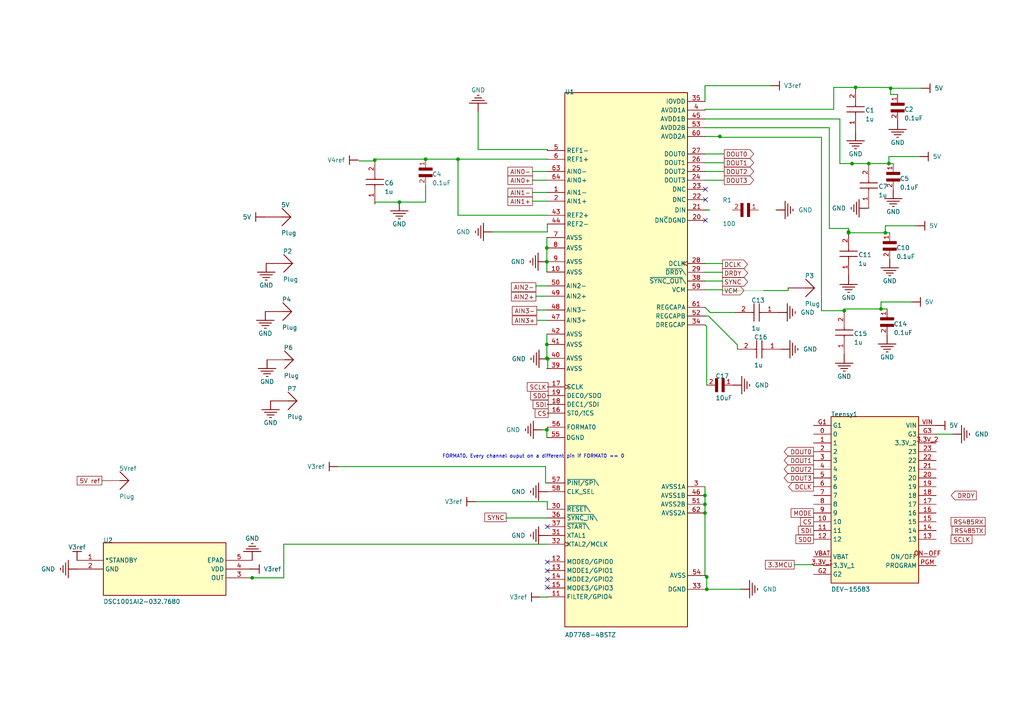
<source format=kicad_sch>
(kicad_sch (version 20211123) (generator eeschema)
  (paper "A4")
  (lib_symbols
    (symbol "ad7768-altium-import:0_AD7768-4BSTZ"
      (property "Value" "0_AD7768-4BSTZ" (at 0 0 0))
      (symbol "0_AD7768-4BSTZ_1_0"
        (pin input line (at -22.86 37.0999 0) (length 5.08) (name "AIN1-") (number "1"))
        (pin input line (at -23.0001 14 0) (length 5.08) (name "AVSS") (number "10"))
        (pin bidirectional line (at -22.86 -80.1801 0) (length 5.08) (name "FILTER/GPIO4") (number "11"))
        (pin bidirectional line (at -22.86 -70.0201 0) (length 5.08) (name "MODE0/GPIO0") (number "12"))
        (pin bidirectional line (at -22.86 -72.5601 0) (length 5.08) (name "MODE1/GPIO1") (number "13"))
        (pin bidirectional line (at -22.86 -75.1001 0) (length 5.08) (name "MODE2/GPIO2") (number "14"))
        (pin bidirectional line (at -22.86 -77.6401 0) (length 5.08) (name "MODE3/GPIO3") (number "15"))
        (pin input line (at -22.86 -26.9201 0) (length 5.08) (name "ST0/!CS") (number "16"))
        (pin input clock (at -22.86 -19.3001 0) (length 5.08) (name "SCLK") (number "17"))
        (pin input line (at -22.86 -24.3801 0) (length 5.08) (name "DEC1/SDI") (number "18"))
        (pin bidirectional line (at -22.86 -21.8401 0) (length 5.08) (name "DEC0/SDO") (number "19"))
        (pin input line (at -22.86 34.5599 0) (length 5.08) (name "AIN1+") (number "2"))
        (pin output line (at 23 29 180) (length 5.08) (name "DN~{C}DGND") (number "20"))
        (pin output line (at 23 32 180) (length 5.08) (name "DIN") (number "21"))
        (pin output line (at 23 35 180) (length 5.08) (name "DNC") (number "22"))
        (pin output line (at 23 38 180) (length 5.08) (name "DNC") (number "23"))
        (pin output line (at 22.86 40.64 180) (length 5.08) (name "DOUT3") (number "24"))
        (pin output line (at 22.86 43.18 180) (length 5.08) (name "DOUT2") (number "25"))
        (pin output line (at 22.86 45.72 180) (length 5.08) (name "DOUT1") (number "26"))
        (pin output line (at 22.86 48.26 180) (length 5.08) (name "DOUT0") (number "27"))
        (pin output clock (at 22.86 16.4799 180) (length 5.08) (name "DCLK") (number "28"))
        (pin output line (at 22.86 13.9399 180) (length 5.08) (name "~{DRDY}\\") (number "29"))
        (pin power_in line (at 22.86 -48.26 180) (length 5.08) (name "AVSS1A") (number "3"))
        (pin input line (at -22.86 -54.7801 0) (length 5.08) (name "~{RESET}\\") (number "30"))
        (pin input line (at -22.86 -62.4001 0) (length 5.08) (name "XTAL1") (number "31"))
        (pin input clock (at -22.86 -64.9401 0) (length 5.08) (name "XTAL2/MCLK") (number "32"))
        (pin power_in line (at 23 -78.0001 180) (length 5.08) (name "DGND") (number "33"))
        (pin output line (at 22.86 -1.3001 180) (length 5.08) (name "DREGCAP") (number "34"))
        (pin power_in line (at 22.86 63.5 180) (length 5.08) (name "IOVDD") (number "35"))
        (pin input line (at -22.86 -57.3201 0) (length 5.08) (name "~{SYNC_IN}\\") (number "36"))
        (pin input line (at -22.86 -59.8601 0) (length 5.08) (name "~{START}\\") (number "37"))
        (pin output line (at 22.86 11.3999 180) (length 5.08) (name "~{SYNC_OUT}\\") (number "38"))
        (pin input line (at -23.0001 -14.0001 0) (length 5.08) (name "AVSS") (number "39"))
        (pin power_in line (at 22.86 60.96 180) (length 5.08) (name "AVDD1A") (number "4"))
        (pin input line (at -23.0001 -11.0001 0) (length 5.08) (name "AVSS") (number "40"))
        (pin input line (at -23.0001 -7.0001 0) (length 5.08) (name "AVSS") (number "41"))
        (pin input line (at -23.0001 -4.0001 0) (length 5.08) (name "AVSS") (number "42"))
        (pin input line (at -22.86 30.48 0) (length 5.08) (name "REF2+") (number "43"))
        (pin input line (at -22.86 27.94 0) (length 5.08) (name "REF2-") (number "44"))
        (pin power_in line (at 22.86 58.42 180) (length 5.08) (name "AVDD1B") (number "45"))
        (pin power_in line (at 22.86 -50.8 180) (length 5.08) (name "AVSS1B") (number "46"))
        (pin input line (at -23.0001 0 0) (length 5.08) (name "AIN3+") (number "47"))
        (pin input line (at -23.0001 3 0) (length 5.08) (name "AIN3-") (number "48"))
        (pin input line (at -23.0001 7 0) (length 5.08) (name "AIN2+") (number "49"))
        (pin input line (at -22.86 49.26 0) (length 5.08) (name "REF1-") (number "5"))
        (pin input line (at -23.0001 10 0) (length 5.08) (name "AIN2-") (number "50"))
        (pin power_in line (at 22.86 -53.34 180) (length 5.08) (name "AVSS2B") (number "51"))
        (pin output line (at 22.86 1.2399 180) (length 5.08) (name "REGCAPB") (number "52"))
        (pin power_in line (at 22.86 55.88 180) (length 5.08) (name "AVDD2B") (number "53"))
        (pin power_in line (at 23 -74.0001 180) (length 5.08) (name "AVSS") (number "54"))
        (pin input line (at -23.0001 -34.0001 0) (length 5.08) (name "DGND") (number "55"))
        (pin input line (at -22.86 -31.0001 0) (length 5.08) (name "FORMAT0") (number "56"))
        (pin input line (at -22.86 -47.1601 0) (length 5.08) (name "~{PIN!/SPI}\\") (number "57"))
        (pin input line (at -22.86 -49.7001 0) (length 5.08) (name "CLK_SEL") (number "58"))
        (pin output line (at 22.86 8.8599 180) (length 5.08) (name "VCM") (number "59"))
        (pin input line (at -22.86 46.72 0) (length 5.08) (name "REF1+") (number "6"))
        (pin power_in line (at 22.86 53.34 180) (length 5.08) (name "AVDD2A") (number "60"))
        (pin output line (at 22.86 3.7799 180) (length 5.08) (name "REGCAPA") (number "61"))
        (pin power_in line (at 22.86 -55.88 180) (length 5.08) (name "AVSS2A") (number "62"))
        (pin input line (at -22.86 43.18 0) (length 5.08) (name "AIN0-") (number "63"))
        (pin input line (at -22.86 40.64 0) (length 5.08) (name "AIN0+") (number "64"))
        (pin input line (at -23.0001 24 0) (length 5.08) (name "AVSS") (number "7"))
        (pin input line (at -23.0001 21 0) (length 5.08) (name "AVSS") (number "8"))
        (pin input line (at -23.0001 17 0) (length 5.08) (name "AVSS") (number "9"))
      )
    )
    (symbol "ad7768-altium-import:0_DEV-15583"
      (property "Value" "0_DEV-15583" (at 0 0 0))
      (symbol "0_DEV-15583_1_0"
        (pin bidirectional line (at -17.78 17.78 0) (length 5.08) (name "0") (number "0"))
        (pin bidirectional line (at -17.78 15.24 0) (length 5.08) (name "1") (number "1"))
        (pin bidirectional line (at -17.78 -7.62 0) (length 5.08) (name "10") (number "10"))
        (pin bidirectional line (at -17.78 -10.16 0) (length 5.08) (name "11") (number "11"))
        (pin bidirectional line (at -17.78 -12.7 0) (length 5.08) (name "12") (number "12"))
        (pin bidirectional line (at 17.78 -12.7 180) (length 5.08) (name "13") (number "13"))
        (pin bidirectional line (at 17.78 -10.16 180) (length 5.08) (name "14") (number "14"))
        (pin bidirectional line (at 17.78 -7.62 180) (length 5.08) (name "15") (number "15"))
        (pin bidirectional line (at 17.78 -5.08 180) (length 5.08) (name "16") (number "16"))
        (pin bidirectional line (at 17.78 -2.54 180) (length 5.08) (name "17") (number "17"))
        (pin bidirectional line (at 17.78 0 180) (length 5.08) (name "18") (number "18"))
        (pin bidirectional line (at 17.78 2.54 180) (length 5.08) (name "19") (number "19"))
        (pin bidirectional line (at -17.78 12.7 0) (length 5.08) (name "2") (number "2"))
        (pin bidirectional line (at 17.78 5.08 180) (length 5.08) (name "20") (number "20"))
        (pin bidirectional line (at 17.78 7.62 180) (length 5.08) (name "21") (number "21"))
        (pin bidirectional line (at 17.78 10.16 180) (length 5.08) (name "22") (number "22"))
        (pin bidirectional line (at 17.78 12.7 180) (length 5.08) (name "23") (number "23"))
        (pin bidirectional line (at -17.78 10.16 0) (length 5.08) (name "3") (number "3"))
        (pin power_in line (at -17.78 -20.32 0) (length 5.08) (name "3.3V_1") (number "3.3V_1"))
        (pin power_in line (at 17.78 15.24 180) (length 5.08) (name "3.3V_2") (number "3.3V_2"))
        (pin bidirectional line (at -17.78 7.62 0) (length 5.08) (name "4") (number "4"))
        (pin bidirectional line (at -17.78 5.08 0) (length 5.08) (name "5") (number "5"))
        (pin bidirectional line (at -17.78 2.54 0) (length 5.08) (name "6") (number "6"))
        (pin bidirectional line (at -17.78 0 0) (length 5.08) (name "7") (number "7"))
        (pin bidirectional line (at -17.78 -2.54 0) (length 5.08) (name "8") (number "8"))
        (pin bidirectional line (at -17.78 -5.08 0) (length 5.08) (name "9") (number "9"))
        (pin power_in line (at -17.78 20.32 0) (length 5.08) (name "G1") (number "G1"))
        (pin power_in line (at -17.78 -22.86 0) (length 5.08) (name "G2") (number "G2"))
        (pin power_in line (at 17.78 17.78 180) (length 5.08) (name "G3") (number "G3"))
        (pin bidirectional line (at 17.78 -17.78 180) (length 5.08) (name "ON/OFF") (number "ON-OFF"))
        (pin bidirectional line (at 17.78 -20.32 180) (length 5.08) (name "PROGRAM") (number "PGM"))
        (pin power_in line (at -17.78 -17.78 0) (length 5.08) (name "VBAT") (number "VBAT"))
        (pin power_in line (at 17.78 20.32 180) (length 5.08) (name "VIN") (number "VIN"))
      )
    )
    (symbol "ad7768-altium-import:0_DSC1001AI2-032.7680"
      (property "Value" "0_DSC1001AI2-032.7680" (at 0 0 0))
      (symbol "0_DSC1001AI2-032.7680_1_0"
        (pin input line (at 0 0 0) (length 7.62) (name "*STANDBY") (number "1"))
        (pin passive line (at 0 -2.54 0) (length 7.62) (name "GND") (number "2"))
        (pin output line (at 50.8 -5.08 180) (length 7.62) (name "OUT") (number "3"))
        (pin power_in line (at 50.8 -2.54 180) (length 7.62) (name "VDD") (number "4"))
        (pin passive line (at 50.8 0 180) (length 7.62) (name "EPAD") (number "5"))
      )
    )
    (symbol "ad7768-altium-import:0_Plug"
      (property "Value" "0_Plug" (at 0 0 0))
      (symbol "0_Plug_1_0"
        (pin passive line (at -5.08 -2.54 0) (length 5.08) (name "1") (number "1"))
      )
    )
    (symbol "ad7768-altium-import:0_Symbol"
      (property "Value" "0_Symbol" (at 0 0 0))
      (symbol "0_Symbol_1_0"
        (pin passive line (at 5.08 0 180) (length 2.54) (name "1") (number "1"))
        (pin passive line (at -2.54 0 0) (length 2.54) (name "2") (number "2"))
      )
    )
    (symbol "ad7768-altium-import:1_0603YC105MAT4A"
      (property "Value" "1_0603YC105MAT4A" (at 0 0 0))
      (symbol "1_0603YC105MAT4A_1_0"
        (pin passive line (at 0 0 90) (length 5.08) (name "1") (number "1"))
        (pin passive line (at 0 12.7 270) (length 5.08) (name "2") (number "2"))
      )
    )
    (symbol "ad7768-altium-import:2_0603YC105MAT4A"
      (property "Value" "2_0603YC105MAT4A" (at 0 0 0))
      (symbol "2_0603YC105MAT4A_1_0"
        (pin passive line (at 0 0 180) (length 5.08) (name "1") (number "1"))
        (pin passive line (at -12.7 0 0) (length 5.08) (name "2") (number "2"))
      )
    )
    (symbol "ad7768-altium-import:3_06033D104KAT2A"
      (property "Value" "3_06033D104KAT2A" (at 0 0 0))
      (symbol "3_06033D104KAT2A_1_0"
        (pin passive line (at 0 2.54 270) (length 2.54) (name "1") (number "1"))
        (pin passive line (at 0 -5.08 90) (length 2.54) (name "2") (number "2"))
      )
    )
    (symbol "ad7768-altium-import:5V" (power)
      (property "Reference" "#PWR" (at 0 0 0))
      (property "Value" "5V" (at 0 3.81 0))
      (symbol "5V_0_0"
        (pin power_in line (at 0 0 0) (length 0) hide (name "5V") (number ""))
      )
    )
    (symbol "ad7768-altium-import:GND" (power)
      (property "Reference" "#PWR" (at 0 0 0))
      (property "Value" "GND" (at 0 6.35 0))
      (symbol "GND_0_0"
        (pin power_in line (at 0 0 0) (length 0) hide (name "GND") (number ""))
      )
    )
    (symbol "ad7768-altium-import:V3ref" (power)
      (property "Reference" "#PWR" (at 0 0 0))
      (property "Value" "V3ref" (at 0 3.81 0))
      (symbol "V3ref_0_0"
        (pin power_in line (at 0 0 0) (length 0) hide (name "V3ref") (number ""))
      )
    )
    (symbol "ad7768-altium-import:V4ref" (power)
      (property "Reference" "#PWR" (at 0 0 0))
      (property "Value" "V4ref" (at 0 3.81 0))
      (symbol "V4ref_0_0"
        (pin power_in line (at 0 0 0) (length 0) hide (name "V4ref") (number ""))
      )
    )
  )
  (junction (at 247.142 47.4472))
  (junction (at 257.81 47.4472))
  (junction (at 158.6099 99.9133))
  (junction (at 251.968 47.4472))
  (junction (at 123.444 46.1772))
  (junction (at 73.152 167.5892))
  (junction (at 204.978 167.3352))
  (junction (at 132.842 46.1772))
  (junction (at 204.47 143.7132))
  (junction (at 158.6099 103.9133))
  (junction (at 258.318 25.6032))
  (junction (at 208.788 39.5732))
  (junction (at 158.6099 124.6632))
  (junction (at 246.126 67.2592))
  (junction (at 204.978 170.9133))
  (junction (at 158.8639 104.0892))
  (junction (at 108.712 46.4312))
  (junction (at 256.794 67.5132))
  (junction (at 158.6099 75.9132))
  (junction (at 158.6099 71.9132))
  (junction (at 204.47 146.2532))
  (junction (at 255.524 89.6112))
  (junction (at 115.824 58.6232))
  (junction (at 248.158 25.3492))
  (junction (at 246.126 67.5132))
  (junction (at 244.856 90.1192))
  (junction (at 204.47 148.7932))
  (no_connect (at 204.61 63.9132))
  (no_connect (at 204.61 57.9132))
  (no_connect (at 158.75 168.0972))
  (no_connect (at 158.75 152.7733))
  (no_connect (at 204.61 54.9132))
  (no_connect (at 158.75 163.0172))
  (no_connect (at 158.75 165.5572))
  (no_connect (at 158.75 170.3832))
  (wire (pts (xy 223.52 24.8412) (xy 204.47 24.8412)) (stroke (width 0.254)))
  (wire (pts (xy 209.55 84.2772) (xy 221.488 84.2772)) (stroke (width 0.0508)))
  (wire (pts (xy 248.158 38.3032) (xy 248.158 38.0492)) (stroke (width 0.254)))
  (wire (pts (xy 241.808 25.3492) (xy 241.808 31.6992)) (stroke (width 0.254)))
  (wire (pts (xy 204.61 166.9133) (xy 204.978 166.9133)) (stroke (width 0.254)))
  (wire (pts (xy 158.75 55.8133) (xy 154.432 55.8133)) (stroke (width 0.254)))
  (wire (pts (xy 158.75 112.2133) (xy 159.004 112.2133)) (stroke (width 0.254)))
  (wire (pts (xy 158.6099 71.9132) (xy 158.6099 75.9132)) (stroke (width 0.254)))
  (wire (pts (xy 204.61 170.9133) (xy 204.978 170.9133)) (stroke (width 0.254)))
  (wire (pts (xy 204.47 24.8412) (xy 204.47 29.4132)) (stroke (width 0.254)))
  (wire (pts (xy 255.524 89.6112) (xy 257.302 89.6112)) (stroke (width 0.254)))
  (wire (pts (xy 243.586 47.4472) (xy 243.586 34.4932)) (stroke (width 0.254)))
  (wire (pts (xy 138.684 43.3832) (xy 138.684 32.4612)) (stroke (width 0.254)))
  (wire (pts (xy 225.044 60.9092) (xy 225.184 60.9092)) (stroke (width 0.254)))
  (wire (pts (xy 158.75 119.8333) (xy 159.004 119.8333)) (stroke (width 0.254)))
  (wire (pts (xy 246.126 67.5132) (xy 246.126 67.2592)) (stroke (width 0.254)))
  (wire (pts (xy 204.47 148.7932) (xy 204.47 166.8272)) (stroke (width 0.254)))
  (wire (pts (xy 155.448 82.9132) (xy 155.448 83.2612)) (stroke (width 0.254)))
  (wire (pts (xy 204.47 143.7132) (xy 204.47 146.2532)) (stroke (width 0.254)))
  (wire (pts (xy 204.47 39.5732) (xy 208.788 39.5732)) (stroke (width 0.254)))
  (wire (pts (xy 142.748 67.2592) (xy 158.75 67.2592)) (stroke (width 0.254)))
  (wire (pts (xy 156.718 173.1772) (xy 158.75 173.1772)) (stroke (width 0.254)))
  (wire (pts (xy 251.968 47.4472) (xy 257.81 47.4472)) (stroke (width 0.254)))
  (wire (pts (xy 209.55 81.5133) (xy 209.55 81.7372)) (stroke (width 0.254)))
  (wire (pts (xy 246.126 66.2432) (xy 240.538 66.2432)) (stroke (width 0.254)))
  (wire (pts (xy 159.004 114.7572) (xy 159.004 114.7533)) (stroke (width 0.254)))
  (wire (pts (xy 158.8639 123.9133) (xy 158.75 123.9133)) (stroke (width 0.254)))
  (wire (pts (xy 244.856 90.6272) (xy 244.856 90.1192)) (stroke (width 0.254)))
  (wire (pts (xy 240.538 66.2432) (xy 240.538 37.0332)) (stroke (width 0.254)))
  (wire (pts (xy 108.712 58.6232) (xy 115.824 58.6232)) (stroke (width 0.254)))
  (wire (pts (xy 247.142 47.9552) (xy 247.142 47.4472)) (stroke (width 0.254)))
  (wire (pts (xy 205.516 91.6733) (xy 213.868 100.0252)) (stroke (width 0.254)))
  (wire (pts (xy 158.242 135.3312) (xy 158.242 140.0733)) (stroke (width 0.254)))
  (wire (pts (xy 159.004 117.2972) (xy 159.004 117.2933)) (stroke (width 0.254)))
  (wire (pts (xy 115.824 58.6232) (xy 123.444 58.6232)) (stroke (width 0.254)))
  (wire (pts (xy 258.318 25.6032) (xy 258.318 25.3492)) (stroke (width 0.254)))
  (wire (pts (xy 158.8639 104.0892) (xy 158.8639 103.9133)) (stroke (width 0.254)))
  (wire (pts (xy 108.712 46.4312) (xy 108.712 46.1772)) (stroke (width 0.254)))
  (wire (pts (xy 108.712 46.1772) (xy 123.444 46.1772)) (stroke (width 0.254)))
  (wire (pts (xy 154.432 52.2732) (xy 158.75 52.2732)) (stroke (width 0.254)))
  (wire (pts (xy 155.702 89.9132) (xy 155.702 90.1192)) (stroke (width 0.254)))
  (wire (pts (xy 158.8639 103.9133) (xy 158.6099 103.9133)) (stroke (width 0.254)))
  (wire (pts (xy 258.318 25.3492) (xy 248.158 25.3492)) (stroke (width 0.254)))
  (wire (pts (xy 208.788 39.5732) (xy 208.788 39.8272)) (stroke (width 0.254)))
  (wire (pts (xy 154.432 55.8133) (xy 154.432 55.8292)) (stroke (width 0.254)))
  (wire (pts (xy 257.81 45.4152) (xy 257.81 47.4472)) (stroke (width 0.254)))
  (wire (pts (xy 132.842 46.1772) (xy 158.734 46.1772)) (stroke (width 0.254)))
  (wire (pts (xy 158.75 67.2592) (xy 158.75 64.9732)) (stroke (width 0.254)))
  (wire (pts (xy 248.158 25.3492) (xy 241.808 25.3492)) (stroke (width 0.254)))
  (wire (pts (xy 104.14 46.6852) (xy 108.712 46.6852)) (stroke (width 0.254)))
  (wire (pts (xy 266.7 45.4152) (xy 257.81 45.4152)) (stroke (width 0.254)))
  (wire (pts (xy 158.6099 103.9133) (xy 158.6099 99.9133)) (stroke (width 0.254)))
  (wire (pts (xy 209.55 84.0533) (xy 209.55 84.2772)) (stroke (width 0.254)))
  (wire (pts (xy 204.724 60.9092) (xy 205.74 60.9092)) (stroke (width 0.254)))
  (wire (pts (xy 221.488 84.2772) (xy 228.6 84.2772)) (stroke (width 0.254)))
  (wire (pts (xy 108.712 46.6852) (xy 108.712 46.4312)) (stroke (width 0.254)))
  (wire (pts (xy 244.856 89.6112) (xy 255.524 89.6112)) (stroke (width 0.254)))
  (wire (pts (xy 247.142 47.4472) (xy 243.586 47.4472)) (stroke (width 0.254)))
  (wire (pts (xy 159.004 112.2133) (xy 159.004 112.2172)) (stroke (width 0.254)))
  (wire (pts (xy 72.644 165.0492) (xy 73.152 165.0492)) (stroke (width 0.254)))
  (wire (pts (xy 258.318 27.3812) (xy 260.35 27.3812)) (stroke (width 0.254)))
  (wire (pts (xy 213.868 100.0252) (xy 213.868 101.2952)) (stroke (width 0.254)))
  (wire (pts (xy 72.898 167.5892) (xy 73.152 167.5892)) (stroke (width 0.254)))
  (wire (pts (xy 209.55 76.4333) (xy 209.55 76.6572)) (stroke (width 0.254)))
  (wire (pts (xy 228.6 84.2772) (xy 228.6 83.5152)) (stroke (width 0.254)))
  (wire (pts (xy 158.75 150.2333) (xy 146.812 150.2333)) (stroke (width 0.254)))
  (wire (pts (xy 158.6099 68.9132) (xy 158.6099 71.9132)) (stroke (width 0.254)))
  (wire (pts (xy 204.47 81.5133) (xy 209.55 81.5133)) (stroke (width 0.254)))
  (wire (pts (xy 238.252 39.8272) (xy 238.252 90.1192)) (stroke (width 0.254)))
  (wire (pts (xy 240.538 37.0332) (xy 204.47 37.0332)) (stroke (width 0.254)))
  (wire (pts (xy 204.47 52.2732) (xy 210.058 52.2732)) (stroke (width 0.254)))
  (wire (pts (xy 154.432 58.3533) (xy 154.432 58.3692)) (stroke (width 0.254)))
  (wire (pts (xy 204.978 94.7213) (xy 204.978 111.7092)) (stroke (width 0.254)))
  (wire (pts (xy 108.712 59.1312) (xy 108.712 58.6232)) (stroke (width 0.254)))
  (wire (pts (xy 123.444 46.1772) (xy 132.842 46.1772)) (stroke (width 0.254)))
  (wire (pts (xy 204.978 167.3352) (xy 204.978 170.9133)) (stroke (width 0.254)))
  (wire (pts (xy 158.75 62.4332) (xy 132.842 62.4332)) (stroke (width 0.254)))
  (wire (pts (xy 204.47 91.6733) (xy 205.516 91.6733)) (stroke (width 0.254)))
  (wire (pts (xy 158.6099 124.6632) (xy 158.8639 124.6632)) (stroke (width 0.254)))
  (wire (pts (xy 158.8639 106.9133) (xy 158.8639 104.0892)) (stroke (width 0.254)))
  (wire (pts (xy 137.922 145.4912) (xy 158.75 145.4912)) (stroke (width 0.254)))
  (wire (pts (xy 209.55 78.9733) (xy 209.55 79.1972)) (stroke (width 0.254)))
  (wire (pts (xy 154.432 49.7332) (xy 158.75 49.7332)) (stroke (width 0.254)))
  (wire (pts (xy 257.81 47.4472) (xy 259.08 47.4472)) (stroke (width 0.254)))
  (wire (pts (xy 251.968 60.1472) (xy 251.968 60.4012)) (stroke (width 0.254)))
  (wire (pts (xy 205.9639 90.6272) (xy 204.47 89.1333)) (stroke (width 0.254)))
  (wire (pts (xy 158.6099 85.9132) (xy 155.448 85.9132)) (stroke (width 0.254)))
  (wire (pts (xy 213.106 90.6272) (xy 205.9639 90.6272)) (stroke (width 0.254)))
  (wire (pts (xy 204.47 166.8272) (xy 204.978 167.3352)) (stroke (width 0.254)))
  (wire (pts (xy 244.856 90.1192) (xy 244.856 89.6112)) (stroke (width 0.254)))
  (wire (pts (xy 271.526 125.9332) (xy 276.352 125.9332)) (stroke (width 0.254)))
  (wire (pts (xy 158.6099 99.9133) (xy 158.6099 96.9133)) (stroke (width 0.254)))
  (wire (pts (xy 208.788 39.8272) (xy 238.252 39.8272)) (stroke (width 0.254)))
  (wire (pts (xy 205.74 60.9132) (xy 204.61 60.9132)) (stroke (width 0.254)))
  (wire (pts (xy 246.126 68.2752) (xy 246.126 67.5132)) (stroke (width 0.254)))
  (wire (pts (xy 158.6099 124.6632) (xy 158.6099 126.9133)) (stroke (width 0.254)))
  (wire (pts (xy 158.242 140.0733) (xy 158.75 140.0733)) (stroke (width 0.254)))
  (wire (pts (xy 214.8619 170.9133) (xy 214.884 170.8912)) (stroke (width 0.254)))
  (wire (pts (xy 230.378 163.7792) (xy 235.966 163.7792)) (stroke (width 0.254)))
  (wire (pts (xy 265.684 65.4812) (xy 256.794 65.4812)) (stroke (width 0.254)))
  (wire (pts (xy 241.808 31.6992) (xy 204.47 31.6992)) (stroke (width 0.254)))
  (wire (pts (xy 255.524 87.5792) (xy 255.524 89.6112)) (stroke (width 0.254)))
  (wire (pts (xy 98.044 135.3312) (xy 158.242 135.3312)) (stroke (width 0.254)))
  (wire (pts (xy 204.47 146.2532) (xy 204.47 148.7932)) (stroke (width 0.254)))
  (wire (pts (xy 204.47 84.0533) (xy 209.55 84.0533)) (stroke (width 0.254)))
  (wire (pts (xy 159.004 119.8333) (xy 159.004 119.8372)) (stroke (width 0.254)))
  (wire (pts (xy 157.226 124.6632) (xy 158.6099 124.6632)) (stroke (width 0.254)))
  (wire (pts (xy 246.126 67.2592) (xy 246.126 66.2432)) (stroke (width 0.254)))
  (wire (pts (xy 73.152 167.5892) (xy 82.296 167.5892)) (stroke (width 0.254)))
  (wire (pts (xy 204.47 76.4333) (xy 209.55 76.4333)) (stroke (width 0.254)))
  (wire (pts (xy 158.75 58.3533) (xy 154.432 58.3533)) (stroke (width 0.254)))
  (wire (pts (xy 159.004 117.2933) (xy 158.75 117.2933)) (stroke (width 0.254)))
  (wire (pts (xy 158.6099 106.9133) (xy 158.8639 106.9133)) (stroke (width 0.254)))
  (wire (pts (xy 158.75 173.1772) (xy 158.75 173.0933)) (stroke (width 0.254)))
  (wire (pts (xy 258.318 25.6032) (xy 258.318 27.3812)) (stroke (width 0.254)))
  (wire (pts (xy 204.47 31.6992) (xy 204.47 31.9532)) (stroke (width 0.254)))
  (wire (pts (xy 264.414 87.5792) (xy 255.524 87.5792)) (stroke (width 0.254)))
  (wire (pts (xy 158.734 46.1772) (xy 158.75 46.1932)) (stroke (width 0.254)))
  (wire (pts (xy 158.6099 75.9132) (xy 158.6099 78.9132)) (stroke (width 0.254)))
  (wire (pts (xy 267.208 25.6032) (xy 258.318 25.6032)) (stroke (width 0.254)))
  (wire (pts (xy 158.8639 124.6632) (xy 158.8639 123.9133)) (stroke (width 0.254)))
  (wire (pts (xy 235.966 163.7792) (xy 235.966 164.0332)) (stroke (width 0.254)))
  (wire (pts (xy 256.794 65.4812) (xy 256.794 67.5132)) (stroke (width 0.254)))
  (wire (pts (xy 251.968 60.4012) (xy 251.714 60.4012)) (stroke (width 0.254)))
  (wire (pts (xy 205.74 60.9092) (xy 205.74 60.9132)) (stroke (width 0.254)))
  (wire (pts (xy 158.75 43.3832) (xy 138.684 43.3832)) (stroke (width 0.254)))
  (wire (pts (xy 155.448 85.9132) (xy 155.448 86.0552)) (stroke (width 0.254)))
  (wire (pts (xy 159.004 114.7533) (xy 158.75 114.7533)) (stroke (width 0.254)))
  (wire (pts (xy 256.794 67.5132) (xy 258.064 67.5132)) (stroke (width 0.254)))
  (wire (pts (xy 208.788 39.5732) (xy 209.042 39.5732)) (stroke (width 0.254)))
  (wire (pts (xy 210.058 44.6532) (xy 204.47 44.6532)) (stroke (width 0.254)))
  (wire (pts (xy 210.058 47.1932) (xy 204.47 47.1932)) (stroke (width 0.254)))
  (wire (pts (xy 158.75 145.4912) (xy 158.75 147.6933)) (stroke (width 0.254)))
  (wire (pts (xy 123.444 58.6232) (xy 123.444 53.7972)) (stroke (width 0.254)))
  (wire (pts (xy 204.47 78.9733) (xy 209.55 78.9733)) (stroke (width 0.254)))
  (wire (pts (xy 158.6099 92.9132) (xy 155.702 92.9132)) (stroke (width 0.254)))
  (wire (pts (xy 243.586 34.4932) (xy 204.47 34.4932)) (stroke (width 0.254)))
  (wire (pts (xy 146.812 150.2333) (xy 146.812 150.0632)) (stroke (width 0.254)))
  (wire (pts (xy 204.47 49.7332) (xy 210.058 49.7332)) (stroke (width 0.254)))
  (wire (pts (xy 225.184 60.9092) (xy 225.184 60.9132)) (stroke (width 0.254)))
  (wire (pts (xy 158.6099 89.9132) (xy 155.702 89.9132)) (stroke (width 0.254)))
  (wire (pts (xy 158.75 43.6532) (xy 158.75 43.3832)) (stroke (width 0.254)))
  (wire (pts (xy 204.978 170.9133) (xy 214.8619 170.9133)) (stroke (width 0.254)))
  (wire (pts (xy 246.126 67.5132) (xy 256.794 67.5132)) (stroke (width 0.254)))
  (wire (pts (xy 247.142 47.4472) (xy 251.968 47.4472)) (stroke (width 0.254)))
  (wire (pts (xy 204.47 94.2133) (xy 204.978 94.7213)) (stroke (width 0.254)))
  (wire (pts (xy 238.252 90.1192) (xy 244.856 90.1192)) (stroke (width 0.254)))
  (wire (pts (xy 158.6099 82.9132) (xy 155.448 82.9132)) (stroke (width 0.254)))
  (wire (pts (xy 29.558 139.3952) (xy 29.718 139.3952)) (stroke (width 0.254)))
  (wire (pts (xy 204.978 166.9133) (xy 204.978 167.3352)) (stroke (width 0.254)))
  (wire (pts (xy 132.842 62.4332) (xy 132.842 46.1772)) (stroke (width 0.254)))
  (wire (pts (xy 82.296 157.8533) (xy 158.75 157.8533)) (stroke (width 0.254)))
  (wire (pts (xy 82.296 167.5892) (xy 82.296 157.8533)) (stroke (width 0.254)))
  (wire (pts (xy 204.47 141.1732) (xy 204.47 143.7132)) (stroke (width 0.254)))
  (text "FORMAT0. Every channel ouput on a different pin if FORMAT0 == 0" (at 128.27 133.0452 0) (effects (font (size 1.016 1.016)) (justify left bottom)))
  (text "" (at 244.602 42.3672 180) (effects (font (size 1.27 1.27)) (justify left bottom)))
  (global_label "DOUT3" (shape output) (at 210.058 52.2732 0) (property "Intersheet References" "${INTERSHEET_REFS}" (effects hide)))
  (global_label "DOUT1" (shape output) (at 235.966 133.5532 180) (property "Intersheet References" "${INTERSHEET_REFS}" (effects hide)))
  (global_label "MODE" (shape passive) (at 235.966 148.7932 180) (property "Intersheet References" "${INTERSHEET_REFS}" (effects hide)))
  (global_label "AIN0-" (shape passive) (at 154.432 49.7332 180) (property "Intersheet References" "${INTERSHEET_REFS}" (effects hide)))
  (global_label "SDO" (shape passive) (at 159.004 114.7572 180) (property "Intersheet References" "${INTERSHEET_REFS}" (effects hide)))
  (global_label "AIN3+" (shape passive) (at 155.702 92.9132 180) (property "Intersheet References" "${INTERSHEET_REFS}" (effects hide)))
  (global_label "SDO" (shape passive) (at 235.966 156.4132 180) (property "Intersheet References" "${INTERSHEET_REFS}" (effects hide)))
  (global_label "DOUT1" (shape output) (at 210.058 47.1932 0) (property "Intersheet References" "${INTERSHEET_REFS}" (effects hide)))
  (global_label "DRDY" (shape output) (at 283.21 143.7132 180) (property "Intersheet References" "${INTERSHEET_REFS}" (effects hide)))
  (global_label "DOUT0" (shape output) (at 235.966 131.0132 180) (property "Intersheet References" "${INTERSHEET_REFS}" (effects hide)))
  (global_label "AIN2-" (shape passive) (at 155.448 83.2612 180) (property "Intersheet References" "${INTERSHEET_REFS}" (effects hide)))
  (global_label "DOUT3" (shape output) (at 235.966 138.6332 180) (property "Intersheet References" "${INTERSHEET_REFS}" (effects hide)))
  (global_label "SDI" (shape passive) (at 235.966 153.8732 180) (property "Intersheet References" "${INTERSHEET_REFS}" (effects hide)))
  (global_label "CS" (shape passive) (at 235.966 151.3332 180) (property "Intersheet References" "${INTERSHEET_REFS}" (effects hide)))
  (global_label "AIN1-" (shape passive) (at 154.432 55.8292 180) (property "Intersheet References" "${INTERSHEET_REFS}" (effects hide)))
  (global_label "SDI" (shape passive) (at 159.004 117.2972 180) (property "Intersheet References" "${INTERSHEET_REFS}" (effects hide)))
  (global_label "RS485RX" (shape passive) (at 285.75 151.3332 180) (property "Intersheet References" "${INTERSHEET_REFS}" (effects hide)))
  (global_label "VCM" (shape output) (at 209.55 84.2772 0) (property "Intersheet References" "${INTERSHEET_REFS}" (effects hide)))
  (global_label "SYNC" (shape output) (at 209.55 81.7372 0) (property "Intersheet References" "${INTERSHEET_REFS}" (effects hide)))
  (global_label "CS" (shape passive) (at 159.004 119.8372 180) (property "Intersheet References" "${INTERSHEET_REFS}" (effects hide)))
  (global_label "DCLK" (shape output) (at 209.55 76.6572 0) (property "Intersheet References" "${INTERSHEET_REFS}" (effects hide)))
  (global_label "RS485TX" (shape passive) (at 285.75 153.8732 180) (property "Intersheet References" "${INTERSHEET_REFS}" (effects hide)))
  (global_label "DOUT2" (shape output) (at 210.058 49.7332 0) (property "Intersheet References" "${INTERSHEET_REFS}" (effects hide)))
  (global_label "DOUT0" (shape output) (at 210.058 44.6532 0) (property "Intersheet References" "${INTERSHEET_REFS}" (effects hide)))
  (global_label "SCLK" (shape passive) (at 281.94 156.4132 180) (property "Intersheet References" "${INTERSHEET_REFS}" (effects hide)))
  (global_label "DRDY" (shape output) (at 209.55 79.1972 0) (property "Intersheet References" "${INTERSHEET_REFS}" (effects hide)))
  (global_label "AIN0+" (shape passive) (at 154.432 52.2732 180) (property "Intersheet References" "${INTERSHEET_REFS}" (effects hide)))
  (global_label "DCLK" (shape output) (at 235.966 141.1732 180) (property "Intersheet References" "${INTERSHEET_REFS}" (effects hide)))
  (global_label "AIN3-" (shape passive) (at 155.702 90.1192 180) (property "Intersheet References" "${INTERSHEET_REFS}" (effects hide)))
  (global_label "5V ref" (shape passive) (at 29.558 139.3952 180) (property "Intersheet References" "${INTERSHEET_REFS}" (effects hide)))
  (global_label "AIN1+" (shape passive) (at 154.432 58.3692 180) (property "Intersheet References" "${INTERSHEET_REFS}" (effects hide)))
  (global_label "AIN2+" (shape passive) (at 155.448 86.0552 180) (property "Intersheet References" "${INTERSHEET_REFS}" (effects hide)))
  (global_label "DOUT2" (shape output) (at 235.966 136.0932 180) (property "Intersheet References" "${INTERSHEET_REFS}" (effects hide)))
  (global_label "SYNC" (shape passive) (at 146.812 150.0632 180) (property "Intersheet References" "${INTERSHEET_REFS}" (effects hide)))
  (global_label "SCLK" (shape passive) (at 159.004 112.2172 180) (property "Intersheet References" "${INTERSHEET_REFS}" (effects hide)))
  (global_label "3.3MCU" (shape passive) (at 230.378 163.7792 180) (property "Intersheet References" "${INTERSHEET_REFS}" (effects hide)))
  (symbol (lib_id "ad7768-altium-import:GND") (at 260.35 35.0012 0) (unit 1)
    (property "Reference" "#PWR?" (effects hide))
    (property "Value" "GND" (at 260.35 41.3512 0))
  )
  (symbol (lib_id "ad7768-altium-import:GND") (at 158.75 142.6133 270) (unit 1)
    (property "Reference" "#PWR?" (effects hide))
    (property "Value" "GND" (at 152.4 142.6133 90) (effects (justify right)))
  )
  (symbol (lib_id "ad7768-altium-import:GND") (at 142.748 67.2592 270) (unit 1)
    (property "Reference" "#PWR?" (effects hide))
    (property "Value" "GND" (at 136.398 67.2592 90) (effects (justify right)))
  )
  (symbol (lib_id "ad7768-altium-import:3_06033D104KAT2A") (at 123.444 48.7172 0) (unit 1)
    (property "Reference" "C4" (at 125.349 51.2572 0) (effects (justify left bottom)))
    (property "Value" "0.1uF" (at 125.349 53.7972 0) (effects (justify left bottom)))
    (property "Footprint" "CAPC1608X90N" (effects hide))
    (property "PRICE" "None" (effects hide))
    (property "AVAILABILITY" "Unavailable" (effects hide))
    (property "ALTIUM_VALUE" "*" (effects hide))
    (property "MP" "06033D104KAT2A" (effects hide))
    (property "PACKAGE" "None" (effects hide))
    (property "MF" "{'manufacturer': u'AVX'}" (effects hide))
    (property "COMPONENT TYPE" "Standard" (effects hide))
    (property "DESIGN ITEM ID" "06033D104KAT2A" (effects hide))
    (property "PIN COUNT" "2" (effects hide))
    (property "SOURCE" "workerBoard.SCHLIB" (effects hide))
  )
  (symbol (lib_id "ad7768-altium-import:GND") (at 77.47 104.3432 0) (unit 1)
    (property "Reference" "#PWR?" (effects hide))
    (property "Value" "GND" (at 77.47 110.6932 0))
  )
  (symbol (lib_id "ad7768-altium-import:GND") (at 248.158 38.3032 0) (unit 1)
    (property "Reference" "#PWR?" (effects hide))
    (property "Value" "GND" (at 248.158 44.6532 0))
  )
  (symbol (lib_id "ad7768-altium-import:V3ref") (at 137.922 145.4912 270) (unit 1)
    (property "Reference" "#PWR?" (effects hide))
    (property "Value" "V3ref" (at 134.112 145.4912 90) (effects (justify right)))
  )
  (symbol (lib_id "ad7768-altium-import:GND") (at 257.302 97.2312 0) (unit 1)
    (property "Reference" "#PWR?" (effects hide))
    (property "Value" "GND" (at 257.302 103.5812 0))
  )
  (symbol (lib_id "ad7768-altium-import:5V") (at 264.414 87.5792 90) (unit 1)
    (property "Reference" "#PWR?" (effects hide))
    (property "Value" "5V" (at 268.224 87.5792 90) (effects (justify right)))
  )
  (symbol (lib_id "ad7768-altium-import:5V") (at 76.708 62.9412 270) (unit 1)
    (property "Reference" "#PWR?" (effects hide))
    (property "Value" "5V" (at 72.898 62.9412 90) (effects (justify right)))
  )
  (symbol (lib_id "ad7768-altium-import:V3ref") (at 98.044 135.3312 270) (unit 1)
    (property "Reference" "#PWR?" (effects hide))
    (property "Value" "V3ref" (at 94.234 135.3312 90) (effects (justify right)))
  )
  (symbol (lib_id "ad7768-altium-import:0_Plug") (at 82.042 87.8332 0) (unit 1)
    (property "Reference" "P4" (at 81.788 87.5792 0) (effects (justify left bottom)))
    (property "Value" "Plug" (at 81.788 95.7072 0) (effects (justify left bottom)))
    (property "Footprint" "PIN1" (effects hide))
    (property "LATESTREVISIONDATE" "17-Jul-2002" (effects hide))
    (property "LATESTREVISIONNOTE" "Re-released for DXP Platform." (effects hide))
    (property "PUBLISHER" "Altium Limited" (effects hide))
    (property "COMPONENT TYPE" "Standard" (effects hide))
    (property "DESIGN ITEM ID" "Plug" (effects hide))
    (property "PIN COUNT" "1" (effects hide))
    (property "SOURCE" "workerBoard.SCHLIB" (effects hide))
    (property "SIGNAL INTEGRITY" "Connector" (effects hide))
  )
  (symbol (lib_id "ad7768-altium-import:GND") (at 259.08 55.0672 0) (unit 1)
    (property "Reference" "#PWR?" (effects hide))
    (property "Value" "GND" (at 259.08 61.4172 0))
  )
  (symbol (lib_id "ad7768-altium-import:GND") (at 73.152 162.5092 180) (unit 1)
    (property "Reference" "#PWR?" (effects hide))
    (property "Value" "GND" (at 73.152 156.1592 0))
  )
  (symbol (lib_id "ad7768-altium-import:GND") (at 258.064 75.1332 0) (unit 1)
    (property "Reference" "#PWR?" (effects hide))
    (property "Value" "GND" (at 258.064 81.4832 0))
  )
  (symbol (lib_id "ad7768-altium-import:GND") (at 157.226 124.6632 270) (unit 1)
    (property "Reference" "#PWR?" (effects hide))
    (property "Value" "GND" (at 150.876 124.6632 90) (effects (justify right)))
  )
  (symbol (lib_id "ad7768-altium-import:5V") (at 266.7 45.4152 90) (unit 1)
    (property "Reference" "#PWR?" (effects hide))
    (property "Value" "5V" (at 270.51 45.4152 90) (effects (justify right)))
  )
  (symbol (lib_id "ad7768-altium-import:0_Symbol") (at 214.884 60.9092 0) (unit 1)
    (property "Reference" "R1" (at 209.55 58.7502 0) (effects (justify left bottom)))
    (property "Value" "100" (at 209.55 65.6082 0) (effects (justify left bottom)))
    (property "Footprint" "RESC1508X55N" (effects hide))
    (property "PRICE" "None" (effects hide))
    (property "AVAILABILITY" "Unavailable" (effects hide))
    (property "ALTIUM_VALUE" "*" (effects hide))
    (property "MP" "MCT0603MD1000DP500" (effects hide))
    (property "PACKAGE" "None" (effects hide))
    (property "MF" "{'manufacturer': u'Vishay'}" (effects hide))
    (property "COMPONENT TYPE" "Standard" (effects hide))
    (property "DESIGN ITEM ID" "MCT0603MD1000DP500" (effects hide))
    (property "PIN COUNT" "2" (effects hide))
    (property "SOURCE" "workerBoard.SCHLIB" (effects hide))
  )
  (symbol (lib_id "ad7768-altium-import:GND") (at 138.684 32.4612 180) (unit 1)
    (property "Reference" "#PWR?" (effects hide))
    (property "Value" "GND" (at 138.684 26.1112 0))
  )
  (symbol (lib_id "ad7768-altium-import:GND") (at 158.8639 104.0892 270) (unit 1)
    (property "Reference" "#PWR?" (effects hide))
    (property "Value" "GND" (at 152.5139 104.0892 90) (effects (justify right)))
  )
  (symbol (lib_id "ad7768-altium-import:GND") (at 246.126 79.9592 0) (unit 1)
    (property "Reference" "#PWR?" (effects hide))
    (property "Value" "GND" (at 246.126 86.3092 0))
  )
  (symbol (lib_id "ad7768-altium-import:0_Symbol") (at 207.518 111.7092 0) (unit 1)
    (property "Reference" "C17" (at 207.518 109.8042 0) (effects (justify left bottom)))
    (property "Value" "10uF" (at 207.518 116.1542 0) (effects (justify left bottom)))
    (property "Footprint" "CAPC1608X9N" (effects hide))
    (property "PRICE" "None" (effects hide))
    (property "AVAILABILITY" "Unavailable" (effects hide))
    (property "ALTIUM_VALUE" "*" (effects hide))
    (property "MP" "GRT188R61A106ME13D" (effects hide))
    (property "PACKAGE" "None" (effects hide))
    (property "MF" "{'manufacturer': u'Murata'}" (effects hide))
    (property "COMPONENT TYPE" "Standard" (effects hide))
    (property "DESIGN ITEM ID" "GRT188R61A106ME13D" (effects hide))
    (property "PIN COUNT" "2" (effects hide))
    (property "SOURCE" "workerBoard.SCHLIB" (effects hide))
  )
  (symbol (lib_id "ad7768-altium-import:3_06033D104KAT2A") (at 258.064 70.0532 0) (unit 1)
    (property "Reference" "C10" (at 259.969 72.5932 0) (effects (justify left bottom)))
    (property "Value" "0.1uF" (at 259.969 75.1332 0) (effects (justify left bottom)))
    (property "Footprint" "CAPC1608X90N" (effects hide))
    (property "PRICE" "None" (effects hide))
    (property "AVAILABILITY" "Unavailable" (effects hide))
    (property "ALTIUM_VALUE" "*" (effects hide))
    (property "MP" "06033D104KAT2A" (effects hide))
    (property "PACKAGE" "None" (effects hide))
    (property "MF" "{'manufacturer': u'AVX'}" (effects hide))
    (property "COMPONENT TYPE" "Standard" (effects hide))
    (property "DESIGN ITEM ID" "06033D104KAT2A" (effects hide))
    (property "PIN COUNT" "2" (effects hide))
    (property "SOURCE" "workerBoard.SCHLIB" (effects hide))
  )
  (symbol (lib_id "ad7768-altium-import:GND") (at 22.352 165.0492 270) (unit 1)
    (property "Reference" "#PWR?" (effects hide))
    (property "Value" "GND" (at 16.002 165.0492 90) (effects (justify right)))
  )
  (symbol (lib_id "ad7768-altium-import:GND") (at 76.962 90.3732 0) (unit 1)
    (property "Reference" "#PWR?" (effects hide))
    (property "Value" "GND" (at 76.962 96.7232 0))
  )
  (symbol (lib_id "ad7768-altium-import:3_06033D104KAT2A") (at 259.08 49.9872 0) (unit 1)
    (property "Reference" "C5" (at 260.985 52.5272 0) (effects (justify left bottom)))
    (property "Value" "0.1uF" (at 260.985 55.0672 0) (effects (justify left bottom)))
    (property "Footprint" "CAPC1608X90N" (effects hide))
    (property "PRICE" "None" (effects hide))
    (property "AVAILABILITY" "Unavailable" (effects hide))
    (property "ALTIUM_VALUE" "*" (effects hide))
    (property "MP" "06033D104KAT2A" (effects hide))
    (property "PACKAGE" "None" (effects hide))
    (property "MF" "{'manufacturer': u'AVX'}" (effects hide))
    (property "COMPONENT TYPE" "Standard" (effects hide))
    (property "DESIGN ITEM ID" "06033D104KAT2A" (effects hide))
    (property "PIN COUNT" "2" (effects hide))
    (property "SOURCE" "workerBoard.SCHLIB" (effects hide))
  )
  (symbol (lib_id "ad7768-altium-import:1_0603YC105MAT4A") (at 244.856 102.8192 0) (unit 1)
    (property "Reference" "C15" (at 247.65 97.4852 0) (effects (justify left bottom)))
    (property "Value" "1u" (at 247.65 100.0252 0) (effects (justify left bottom)))
    (property "Footprint" "CAPC1608X90N" (effects hide))
    (property "DATASHEET LINK" "https://componentsearchengine.com/Datasheets/1/06031A100FAT2A.pdf" (effects hide))
    (property "HEIGHT" "0.9mm" (effects hide))
    (property "MANUFACTURER_NAME" "AVX" (effects hide))
    (property "MANUFACTURER_PART_NUMBER" "0603YC105MAT4A" (effects hide))
    (property "COMPONENT TYPE" "Standard" (effects hide))
    (property "DESIGN ITEM ID" "0603YC105MAT4A" (effects hide))
    (property "PIN COUNT" "2" (effects hide))
    (property "SOURCE" "workerBoard.SCHLIB" (effects hide))
  )
  (symbol (lib_id "ad7768-altium-import:GND") (at 158.75 155.3133 270) (unit 1)
    (property "Reference" "#PWR?" (effects hide))
    (property "Value" "GND" (at 152.4 155.3133 90) (effects (justify right)))
  )
  (symbol (lib_id "ad7768-altium-import:GND") (at 78.486 116.2812 0) (unit 1)
    (property "Reference" "#PWR?" (effects hide))
    (property "Value" "GND" (at 78.486 122.6312 0))
  )
  (symbol (lib_id "ad7768-altium-import:GND") (at 115.824 58.6232 0) (unit 1)
    (property "Reference" "#PWR?" (effects hide))
    (property "Value" "GND" (at 115.824 64.9732 0))
  )
  (symbol (lib_id "ad7768-altium-import:GND") (at 251.714 60.4012 270) (unit 1)
    (property "Reference" "#PWR?" (effects hide))
    (property "Value" "GND" (at 245.364 60.4012 90) (effects (justify right)))
  )
  (symbol (lib_id "ad7768-altium-import:GND") (at 77.216 76.4032 0) (unit 1)
    (property "Reference" "#PWR?" (effects hide))
    (property "Value" "GND" (at 77.216 82.7532 0))
  )
  (symbol (lib_id "ad7768-altium-import:0_DSC1001AI2-032.7680") (at 22.352 162.5092 0) (unit 1)
    (property "Reference" "U2" (at 29.972 157.4292 0) (effects (justify left bottom)))
    (property "Value" "DSC1001AI2-032.7680" (at 29.972 175.2092 0) (effects (justify left bottom)))
    (property "Footprint" "DFN4_7X5_MCH" (effects hide))
    (property "COPYRIGHT" "Copyright (C) 2021 Ultra Librarian. All rights reserved." (effects hide))
    (property "MFR_NAME" "Microchip" (effects hide))
    (property "MANUFACTURER_PART_NUMBER" "DSC1001AI2-032.7680" (effects hide))
    (property "DIGI-KEY_PART_NUMBER_1" "DSC1001AI2-032.7680-ND" (effects hide))
    (property "REFDES" "RefDes" (effects hide))
    (property "TYPE" "DEV" (effects hide))
    (property "COMPONENT TYPE" "Standard" (effects hide))
    (property "DESIGN ITEM ID" "DSC1001AI2-032.7680" (effects hide))
    (property "PIN COUNT" "5" (effects hide))
    (property "SOURCE" "workerBoard.SCHLIB" (effects hide))
  )
  (symbol (lib_id "ad7768-altium-import:0_Plug") (at 83.566 113.7412 0) (unit 1)
    (property "Reference" "P7" (at 83.312 113.4872 0) (effects (justify left bottom)))
    (property "Value" "Plug" (at 83.312 121.6152 0) (effects (justify left bottom)))
    (property "Footprint" "PIN1" (effects hide))
    (property "LATESTREVISIONDATE" "17-Jul-2002" (effects hide))
    (property "LATESTREVISIONNOTE" "Re-released for DXP Platform." (effects hide))
    (property "PUBLISHER" "Altium Limited" (effects hide))
    (property "COMPONENT TYPE" "Standard" (effects hide))
    (property "DESIGN ITEM ID" "Plug" (effects hide))
    (property "PIN COUNT" "1" (effects hide))
    (property "SOURCE" "workerBoard.SCHLIB" (effects hide))
    (property "SIGNAL INTEGRITY" "Connector" (effects hide))
  )
  (symbol (lib_id "ad7768-altium-import:5V") (at 271.526 123.3932 90) (unit 1)
    (property "Reference" "#PWR?" (effects hide))
    (property "Value" "5V" (at 275.336 123.3932 90) (effects (justify right)))
  )
  (symbol (lib_id "ad7768-altium-import:2_0603YC105MAT4A") (at 225.806 90.6272 0) (unit 1)
    (property "Reference" "C13" (at 217.932 87.8332 0) (effects (justify left bottom)))
    (property "Value" "1u" (at 217.932 95.9612 0) (effects (justify left bottom)))
    (property "Footprint" "CAPC1608X90N" (effects hide))
    (property "DATASHEET LINK" "https://componentsearchengine.com/Datasheets/1/06031A100FAT2A.pdf" (effects hide))
    (property "HEIGHT" "0.9mm" (effects hide))
    (property "MANUFACTURER_NAME" "AVX" (effects hide))
    (property "MANUFACTURER_PART_NUMBER" "0603YC105MAT4A" (effects hide))
    (property "COMPONENT TYPE" "Standard" (effects hide))
    (property "DESIGN ITEM ID" "0603YC105MAT4A" (effects hide))
    (property "PIN COUNT" "2" (effects hide))
    (property "SOURCE" "workerBoard.SCHLIB" (effects hide))
  )
  (symbol (lib_id "ad7768-altium-import:5V") (at 265.684 65.4812 90) (unit 1)
    (property "Reference" "#PWR?" (effects hide))
    (property "Value" "5V" (at 269.494 65.4812 90) (effects (justify right)))
  )
  (symbol (lib_id "ad7768-altium-import:0_Plug") (at 233.68 80.9752 0) (unit 1)
    (property "Reference" "P3" (at 233.426 80.7212 0) (effects (justify left bottom)))
    (property "Value" "Plug" (at 233.426 88.8492 0) (effects (justify left bottom)))
    (property "Footprint" "PIN1" (effects hide))
    (property "LATESTREVISIONDATE" "17-Jul-2002" (effects hide))
    (property "LATESTREVISIONNOTE" "Re-released for DXP Platform." (effects hide))
    (property "PUBLISHER" "Altium Limited" (effects hide))
    (property "COMPONENT TYPE" "Standard" (effects hide))
    (property "DESIGN ITEM ID" "Plug" (effects hide))
    (property "PIN COUNT" "1" (effects hide))
    (property "SOURCE" "workerBoard.SCHLIB" (effects hide))
    (property "SIGNAL INTEGRITY" "Connector" (effects hide))
  )
  (symbol (lib_id "ad7768-altium-import:V4ref") (at 103.886 46.4312 270) (unit 1)
    (property "Reference" "#PWR?" (effects hide))
    (property "Value" "V4ref" (at 100.076 46.4312 90) (effects (justify right)))
  )
  (symbol (lib_id "ad7768-altium-import:GND") (at 158.6099 75.9132 270) (unit 1)
    (property "Reference" "#PWR?" (effects hide))
    (property "Value" "GND" (at 152.2599 75.9132 90) (effects (justify right)))
  )
  (symbol (lib_id "ad7768-altium-import:0_Plug") (at 82.55 101.8032 0) (unit 1)
    (property "Reference" "P6" (at 82.296 101.5492 0) (effects (justify left bottom)))
    (property "Value" "Plug" (at 82.296 109.6772 0) (effects (justify left bottom)))
    (property "Footprint" "PIN1" (effects hide))
    (property "LATESTREVISIONDATE" "17-Jul-2002" (effects hide))
    (property "LATESTREVISIONNOTE" "Re-released for DXP Platform." (effects hide))
    (property "PUBLISHER" "Altium Limited" (effects hide))
    (property "COMPONENT TYPE" "Standard" (effects hide))
    (property "DESIGN ITEM ID" "Plug" (effects hide))
    (property "PIN COUNT" "1" (effects hide))
    (property "SOURCE" "workerBoard.SCHLIB" (effects hide))
    (property "SIGNAL INTEGRITY" "Connector" (effects hide))
  )
  (symbol (lib_id "ad7768-altium-import:GND") (at 212.598 111.7092 90) (unit 1)
    (property "Reference" "#PWR?" (effects hide))
    (property "Value" "GND" (at 218.948 111.7092 90) (effects (justify right)))
  )
  (symbol (lib_id "ad7768-altium-import:1_0603YC105MAT4A") (at 251.968 60.1472 0) (unit 1)
    (property "Reference" "C7" (at 254.762 54.8132 0) (effects (justify left bottom)))
    (property "Value" "1u" (at 254.762 57.3532 0) (effects (justify left bottom)))
    (property "Footprint" "CAPC1608X90N" (effects hide))
    (property "DATASHEET LINK" "https://componentsearchengine.com/Datasheets/1/06031A100FAT2A.pdf" (effects hide))
    (property "HEIGHT" "0.9mm" (effects hide))
    (property "MANUFACTURER_NAME" "AVX" (effects hide))
    (property "MANUFACTURER_PART_NUMBER" "0603YC105MAT4A" (effects hide))
    (property "COMPONENT TYPE" "Standard" (effects hide))
    (property "DESIGN ITEM ID" "0603YC105MAT4A" (effects hide))
    (property "PIN COUNT" "2" (effects hide))
    (property "SOURCE" "workerBoard.SCHLIB" (effects hide))
  )
  (symbol (lib_id "ad7768-altium-import:GND") (at 225.184 60.9132 90) (unit 1)
    (property "Reference" "#PWR?" (effects hide))
    (property "Value" "GND" (at 231.534 60.9132 90) (effects (justify right)))
  )
  (symbol (lib_id "ad7768-altium-import:2_0603YC105MAT4A") (at 226.568 101.2952 0) (unit 1)
    (property "Reference" "C16" (at 218.694 98.5012 0) (effects (justify left bottom)))
    (property "Value" "1u" (at 218.694 106.6292 0) (effects (justify left bottom)))
    (property "Footprint" "CAPC1608X90N" (effects hide))
    (property "DATASHEET LINK" "https://componentsearchengine.com/Datasheets/1/06031A100FAT2A.pdf" (effects hide))
    (property "HEIGHT" "0.9mm" (effects hide))
    (property "MANUFACTURER_NAME" "AVX" (effects hide))
    (property "MANUFACTURER_PART_NUMBER" "0603YC105MAT4A" (effects hide))
    (property "COMPONENT TYPE" "Standard" (effects hide))
    (property "DESIGN ITEM ID" "0603YC105MAT4A" (effects hide))
    (property "PIN COUNT" "2" (effects hide))
    (property "SOURCE" "workerBoard.SCHLIB" (effects hide))
  )
  (symbol (lib_id "ad7768-altium-import:V3ref") (at 156.718 173.1772 270) (unit 1)
    (property "Reference" "#PWR?" (effects hide))
    (property "Value" "V3ref" (at 152.908 173.1772 90) (effects (justify right)))
  )
  (symbol (lib_id "ad7768-altium-import:0_AD7768-4BSTZ") (at 181.61 92.9132 0) (unit 1)
    (property "Reference" "U1" (at 163.83 27.3812 0) (effects (justify left bottom)))
    (property "Value" "AD7768-4BSTZ" (at 163.83 184.8612 0) (effects (justify left bottom)))
    (property "DIGI-KEY_PURCHASE_URL" "https://www.digikey.com/product-detail/en/analog-devices-inc/AD7768-4BSTZ/AD7768-4BSTZ-ND/6072260?utm_source=snapeda&utm_medium=aggregator&utm_campaign=symbol" (effects hide))
    (property "PACKAGE" "LQFP -64 Analog Devices" (effects hide))
    (property "SNAPEDA_LINK" "https://www.snapeda.com/parts/AD7768-4BSTZ/Analog%20Devices%20Inc./view-part/501603/?ref=snap" (effects hide))
    (property "MF" "Analog Devices" (effects hide))
    (property "ALTIUM_VALUE" "*" (effects hide))
    (property "MP" "AD7768-4BSTZ" (effects hide))
    (property "DIGI-KEY_PART_NUMBER" "AD7768-4BSTZ-ND" (effects hide))
    (property "COMPONENT TYPE" "Standard" (effects hide))
    (property "DESIGN ITEM ID" "AD7768-4BSTZ" (effects hide))
    (property "PIN COUNT" "64" (effects hide))
    (property "SOURCE" "workerBoard.SCHLIB" (effects hide))
  )
  (symbol (lib_id "ad7768-altium-import:3_06033D104KAT2A") (at 257.302 92.1512 0) (unit 1)
    (property "Reference" "C14" (at 259.207 94.6912 0) (effects (justify left bottom)))
    (property "Value" "0.1uF" (at 259.207 97.2312 0) (effects (justify left bottom)))
    (property "Footprint" "CAPC1608X90N" (effects hide))
    (property "PRICE" "None" (effects hide))
    (property "AVAILABILITY" "Unavailable" (effects hide))
    (property "ALTIUM_VALUE" "*" (effects hide))
    (property "MP" "06033D104KAT2A" (effects hide))
    (property "PACKAGE" "None" (effects hide))
    (property "MF" "{'manufacturer': u'AVX'}" (effects hide))
    (property "COMPONENT TYPE" "Standard" (effects hide))
    (property "DESIGN ITEM ID" "06033D104KAT2A" (effects hide))
    (property "PIN COUNT" "2" (effects hide))
    (property "SOURCE" "workerBoard.SCHLIB" (effects hide))
  )
  (symbol (lib_id "ad7768-altium-import:GND") (at 276.352 125.9332 90) (unit 1)
    (property "Reference" "#PWR?" (effects hide))
    (property "Value" "GND" (at 282.702 125.9332 90) (effects (justify right)))
  )
  (symbol (lib_id "ad7768-altium-import:GND") (at 244.856 102.8192 0) (unit 1)
    (property "Reference" "#PWR?" (effects hide))
    (property "Value" "GND" (at 244.856 109.1692 0))
  )
  (symbol (lib_id "ad7768-altium-import:GND") (at 225.806 90.6272 90) (unit 1)
    (property "Reference" "#PWR?" (effects hide))
    (property "Value" "GND" (at 232.156 90.6272 90) (effects (justify right)))
  )
  (symbol (lib_id "ad7768-altium-import:GND") (at 226.568 101.2952 90) (unit 1)
    (property "Reference" "#PWR?" (effects hide))
    (property "Value" "GND" (at 232.918 101.2952 90) (effects (justify right)))
  )
  (symbol (lib_id "ad7768-altium-import:GND") (at 214.884 170.8912 90) (unit 1)
    (property "Reference" "#PWR?" (effects hide))
    (property "Value" "GND" (at 221.234 170.8912 90) (effects (justify right)))
  )
  (symbol (lib_id "ad7768-altium-import:1_0603YC105MAT4A") (at 248.158 38.0492 0) (unit 1)
    (property "Reference" "C1" (at 250.952 32.7152 0) (effects (justify left bottom)))
    (property "Value" "1u" (at 250.952 35.2552 0) (effects (justify left bottom)))
    (property "Footprint" "CAPC1608X90N" (effects hide))
    (property "DATASHEET LINK" "https://componentsearchengine.com/Datasheets/1/06031A100FAT2A.pdf" (effects hide))
    (property "HEIGHT" "0.9mm" (effects hide))
    (property "MANUFACTURER_NAME" "AVX" (effects hide))
    (property "MANUFACTURER_PART_NUMBER" "0603YC105MAT4A" (effects hide))
    (property "COMPONENT TYPE" "Standard" (effects hide))
    (property "DESIGN ITEM ID" "0603YC105MAT4A" (effects hide))
    (property "PIN COUNT" "2" (effects hide))
    (property "SOURCE" "workerBoard.SCHLIB" (effects hide))
  )
  (symbol (lib_id "ad7768-altium-import:0_Plug") (at 81.788 60.4012 0) (unit 1)
    (property "Reference" "5V" (at 81.534 60.1472 0) (effects (justify left bottom)))
    (property "Value" "Plug" (at 81.534 68.2752 0) (effects (justify left bottom)))
    (property "Footprint" "PIN1" (effects hide))
    (property "LATESTREVISIONDATE" "17-Jul-2002" (effects hide))
    (property "LATESTREVISIONNOTE" "Re-released for DXP Platform." (effects hide))
    (property "PUBLISHER" "Altium Limited" (effects hide))
    (property "COMPONENT TYPE" "Standard" (effects hide))
    (property "DESIGN ITEM ID" "Plug" (effects hide))
    (property "PIN COUNT" "1" (effects hide))
    (property "SOURCE" "workerBoard.SCHLIB" (effects hide))
    (property "SIGNAL INTEGRITY" "Connector" (effects hide))
  )
  (symbol (lib_id "ad7768-altium-import:0_Plug") (at 34.798 136.8552 0) (unit 1)
    (property "Reference" "5Vref" (at 34.544 136.6012 0) (effects (justify left bottom)))
    (property "Value" "Plug" (at 34.544 144.7292 0) (effects (justify left bottom)))
    (property "Footprint" "PIN1" (effects hide))
    (property "LATESTREVISIONDATE" "17-Jul-2002" (effects hide))
    (property "LATESTREVISIONNOTE" "Re-released for DXP Platform." (effects hide))
    (property "PUBLISHER" "Altium Limited" (effects hide))
    (property "COMPONENT TYPE" "Standard" (effects hide))
    (property "DESIGN ITEM ID" "Plug" (effects hide))
    (property "PIN COUNT" "1" (effects hide))
    (property "SOURCE" "workerBoard.SCHLIB" (effects hide))
    (property "SIGNAL INTEGRITY" "Connector" (effects hide))
  )
  (symbol (lib_id "ad7768-altium-import:1_0603YC105MAT4A") (at 108.712 59.1312 0) (unit 1)
    (property "Reference" "C6" (at 111.506 53.7972 0) (effects (justify left bottom)))
    (property "Value" "1u" (at 111.506 56.3372 0) (effects (justify left bottom)))
    (property "Footprint" "CAPC1608X90N" (effects hide))
    (property "DATASHEET LINK" "https://componentsearchengine.com/Datasheets/1/06031A100FAT2A.pdf" (effects hide))
    (property "HEIGHT" "0.9mm" (effects hide))
    (property "MANUFACTURER_NAME" "AVX" (effects hide))
    (property "MANUFACTURER_PART_NUMBER" "0603YC105MAT4A" (effects hide))
    (property "COMPONENT TYPE" "Standard" (effects hide))
    (property "DESIGN ITEM ID" "0603YC105MAT4A" (effects hide))
    (property "PIN COUNT" "2" (effects hide))
    (property "SOURCE" "workerBoard.SCHLIB" (effects hide))
  )
  (symbol (lib_id "ad7768-altium-import:V3ref") (at 72.644 165.0492 90) (unit 1)
    (property "Reference" "#PWR?" (effects hide))
    (property "Value" "V3ref" (at 76.454 165.0492 90) (effects (justify right)))
  )
  (symbol (lib_id "ad7768-altium-import:0_DEV-15583") (at 253.746 143.7132 0) (unit 1)
    (property "Reference" "Teensy1" (at 241.046 120.8532 0) (effects (justify left bottom)))
    (property "Value" "DEV-15583" (at 241.046 171.6532 0) (effects (justify left bottom)))
    (property "Footprint" "MODULE_DEV-15583" (effects hide))
    (property "ALTIUM_VALUE" "*" (effects hide))
    (property "PACKAGE" "None" (effects hide))
    (property "MF" "SparkFun Electronics" (effects hide))
    (property "DIGI-KEY_PART_NUMBER" "1568-DEV-15583-ND" (effects hide))
    (property "DIGI-KEY_PURCHASE_URL" "https://www.digikey.com/product-detail/en/sparkfun-electronics/DEV-15583/1568-DEV-15583-ND/10384551?utm_source=snapeda&utm_medium=aggregator&utm_campaign=symbol" (effects hide))
    (property "MP" "DEV-15583" (effects hide))
    (property "SNAPEDA_LINK" "https://www.snapeda.com/parts/DEV-15583/SparkFun%20Electronics/view-part/4001229/?ref=snap" (effects hide))
    (property "COMPONENT TYPE" "Standard" (effects hide))
    (property "DESIGN ITEM ID" "DEV-15583" (effects hide))
    (property "PIN COUNT" "33" (effects hide))
    (property "SOURCE" "workerBoard.SCHLIB" (effects hide))
  )
  (symbol (lib_id "ad7768-altium-import:5V") (at 267.208 25.6032 90) (unit 1)
    (property "Reference" "#PWR?" (effects hide))
    (property "Value" "5V" (at 271.018 25.6032 90) (effects (justify right)))
  )
  (symbol (lib_id "ad7768-altium-import:V3ref") (at 22.352 162.5092 180) (unit 1)
    (property "Reference" "#PWR?" (effects hide))
    (property "Value" "V3ref" (at 22.352 158.6992 0))
  )
  (symbol (lib_id "ad7768-altium-import:3_06033D104KAT2A") (at 260.35 29.9212 0) (unit 1)
    (property "Reference" "C2" (at 262.255 32.4612 0) (effects (justify left bottom)))
    (property "Value" "0.1uF" (at 262.255 35.0012 0) (effects (justify left bottom)))
    (property "Footprint" "CAPC1608X90N" (effects hide))
    (property "PRICE" "None" (effects hide))
    (property "AVAILABILITY" "Unavailable" (effects hide))
    (property "ALTIUM_VALUE" "*" (effects hide))
    (property "MP" "06033D104KAT2A" (effects hide))
    (property "PACKAGE" "None" (effects hide))
    (property "MF" "{'manufacturer': u'AVX'}" (effects hide))
    (property "COMPONENT TYPE" "Standard" (effects hide))
    (property "DESIGN ITEM ID" "06033D104KAT2A" (effects hide))
    (property "PIN COUNT" "2" (effects hide))
    (property "SOURCE" "workerBoard.SCHLIB" (effects hide))
  )
  (symbol (lib_id "ad7768-altium-import:1_0603YC105MAT4A") (at 246.126 79.9592 0) (unit 1)
    (property "Reference" "C11" (at 248.92 74.6252 0) (effects (justify left bottom)))
    (property "Value" "1u" (at 248.92 77.1652 0) (effects (justify left bottom)))
    (property "Footprint" "CAPC1608X90N" (effects hide))
    (property "DATASHEET LINK" "https://componentsearchengine.com/Datasheets/1/06031A100FAT2A.pdf" (effects hide))
    (property "HEIGHT" "0.9mm" (effects hide))
    (property "MANUFACTURER_NAME" "AVX" (effects hide))
    (property "MANUFACTURER_PART_NUMBER" "0603YC105MAT4A" (effects hide))
    (property "COMPONENT TYPE" "Standard" (effects hide))
    (property "DESIGN ITEM ID" "0603YC105MAT4A" (effects hide))
    (property "PIN COUNT" "2" (effects hide))
    (property "SOURCE" "workerBoard.SCHLIB" (effects hide))
  )
  (symbol (lib_id "ad7768-altium-import:V3ref") (at 223.52 24.8412 90) (unit 1)
    (property "Reference" "#PWR?" (effects hide))
    (property "Value" "V3ref" (at 227.33 24.8412 90) (effects (justify right)))
  )
  (symbol (lib_id "ad7768-altium-import:0_Plug") (at 82.296 73.8632 0) (unit 1)
    (property "Reference" "P2" (at 82.042 73.6092 0) (effects (justify left bottom)))
    (property "Value" "Plug" (at 82.042 81.7372 0) (effects (justify left bottom)))
    (property "Footprint" "PIN1" (effects hide))
    (property "LATESTREVISIONDATE" "17-Jul-2002" (effects hide))
    (property "LATESTREVISIONNOTE" "Re-released for DXP Platform." (effects hide))
    (property "PUBLISHER" "Altium Limited" (effects hide))
    (property "COMPONENT TYPE" "Standard" (effects hide))
    (property "DESIGN ITEM ID" "Plug" (effects hide))
    (property "PIN COUNT" "1" (effects hide))
    (property "SOURCE" "workerBoard.SCHLIB" (effects hide))
    (property "SIGNAL INTEGRITY" "Connector" (effects hide))
  )
)
</source>
